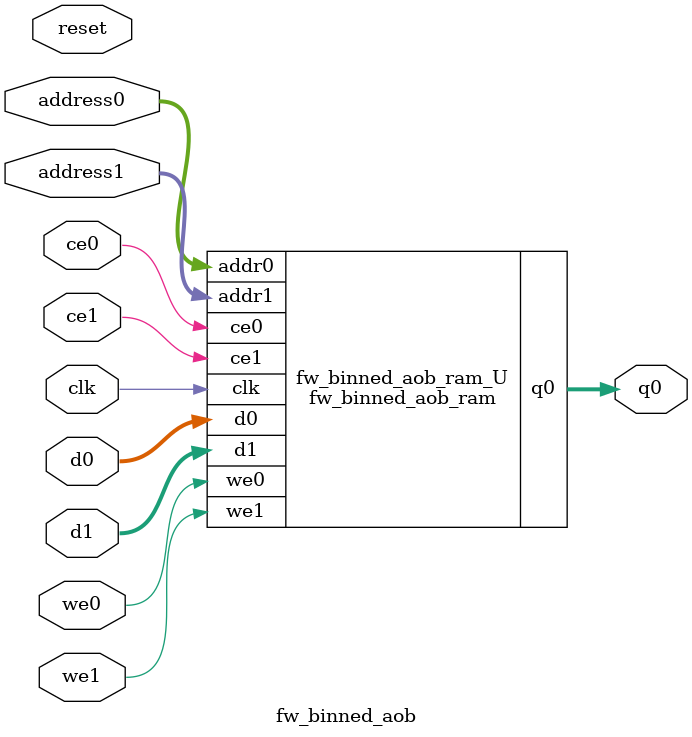
<source format=v>
`timescale 1 ns / 1 ps
module fw_binned_aob_ram (addr0, ce0, d0, we0, q0, addr1, ce1, d1, we1,  clk);

parameter DWIDTH = 32;
parameter AWIDTH = 5;
parameter MEM_SIZE = 32;

input[AWIDTH-1:0] addr0;
input ce0;
input[DWIDTH-1:0] d0;
input we0;
output reg[DWIDTH-1:0] q0;
input[AWIDTH-1:0] addr1;
input ce1;
input[DWIDTH-1:0] d1;
input we1;
input clk;

(* ram_style = "block" *)reg [DWIDTH-1:0] ram[0:MEM_SIZE-1];




always @(posedge clk)  
begin 
    if (ce0) begin
        if (we0) 
            ram[addr0] <= d0; 
        q0 <= ram[addr0];
    end
end


always @(posedge clk)  
begin 
    if (ce1) begin
        if (we1) 
            ram[addr1] <= d1; 
    end
end


endmodule

`timescale 1 ns / 1 ps
module fw_binned_aob(
    reset,
    clk,
    address0,
    ce0,
    we0,
    d0,
    q0,
    address1,
    ce1,
    we1,
    d1);

parameter DataWidth = 32'd32;
parameter AddressRange = 32'd32;
parameter AddressWidth = 32'd5;
input reset;
input clk;
input[AddressWidth - 1:0] address0;
input ce0;
input we0;
input[DataWidth - 1:0] d0;
output[DataWidth - 1:0] q0;
input[AddressWidth - 1:0] address1;
input ce1;
input we1;
input[DataWidth - 1:0] d1;



fw_binned_aob_ram fw_binned_aob_ram_U(
    .clk( clk ),
    .addr0( address0 ),
    .ce0( ce0 ),
    .we0( we0 ),
    .d0( d0 ),
    .q0( q0 ),
    .addr1( address1 ),
    .ce1( ce1 ),
    .we1( we1 ),
    .d1( d1 ));

endmodule


</source>
